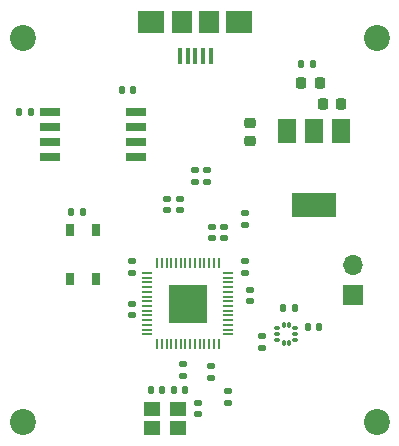
<source format=gbr>
%TF.GenerationSoftware,KiCad,Pcbnew,7.0.8*%
%TF.CreationDate,2024-09-28T20:52:04-07:00*%
%TF.ProjectId,proves_pcb_challenge,70726f76-6573-45f7-9063-625f6368616c,rev?*%
%TF.SameCoordinates,Original*%
%TF.FileFunction,Soldermask,Top*%
%TF.FilePolarity,Negative*%
%FSLAX46Y46*%
G04 Gerber Fmt 4.6, Leading zero omitted, Abs format (unit mm)*
G04 Created by KiCad (PCBNEW 7.0.8) date 2024-09-28 20:52:04*
%MOMM*%
%LPD*%
G01*
G04 APERTURE LIST*
G04 Aperture macros list*
%AMRoundRect*
0 Rectangle with rounded corners*
0 $1 Rounding radius*
0 $2 $3 $4 $5 $6 $7 $8 $9 X,Y pos of 4 corners*
0 Add a 4 corners polygon primitive as box body*
4,1,4,$2,$3,$4,$5,$6,$7,$8,$9,$2,$3,0*
0 Add four circle primitives for the rounded corners*
1,1,$1+$1,$2,$3*
1,1,$1+$1,$4,$5*
1,1,$1+$1,$6,$7*
1,1,$1+$1,$8,$9*
0 Add four rect primitives between the rounded corners*
20,1,$1+$1,$2,$3,$4,$5,0*
20,1,$1+$1,$4,$5,$6,$7,0*
20,1,$1+$1,$6,$7,$8,$9,0*
20,1,$1+$1,$8,$9,$2,$3,0*%
G04 Aperture macros list end*
%ADD10RoundRect,0.135000X-0.185000X0.135000X-0.185000X-0.135000X0.185000X-0.135000X0.185000X0.135000X0*%
%ADD11C,2.200000*%
%ADD12RoundRect,0.135000X-0.135000X-0.185000X0.135000X-0.185000X0.135000X0.185000X-0.135000X0.185000X0*%
%ADD13RoundRect,0.135000X0.135000X0.185000X-0.135000X0.185000X-0.135000X-0.185000X0.135000X-0.185000X0*%
%ADD14RoundRect,0.135000X0.185000X-0.135000X0.185000X0.135000X-0.185000X0.135000X-0.185000X-0.135000X0*%
%ADD15RoundRect,0.140000X0.170000X-0.140000X0.170000X0.140000X-0.170000X0.140000X-0.170000X-0.140000X0*%
%ADD16R,1.700000X1.700000*%
%ADD17O,1.700000X1.700000*%
%ADD18R,0.650000X1.050000*%
%ADD19RoundRect,0.225000X-0.225000X-0.250000X0.225000X-0.250000X0.225000X0.250000X-0.225000X0.250000X0*%
%ADD20R,1.700000X0.650000*%
%ADD21RoundRect,0.087500X-0.087500X0.125000X-0.087500X-0.125000X0.087500X-0.125000X0.087500X0.125000X0*%
%ADD22RoundRect,0.087500X-0.125000X0.087500X-0.125000X-0.087500X0.125000X-0.087500X0.125000X0.087500X0*%
%ADD23RoundRect,0.140000X0.140000X0.170000X-0.140000X0.170000X-0.140000X-0.170000X0.140000X-0.170000X0*%
%ADD24RoundRect,0.140000X-0.170000X0.140000X-0.170000X-0.140000X0.170000X-0.140000X0.170000X0.140000X0*%
%ADD25RoundRect,0.218750X-0.218750X-0.256250X0.218750X-0.256250X0.218750X0.256250X-0.218750X0.256250X0*%
%ADD26RoundRect,0.225000X-0.250000X0.225000X-0.250000X-0.225000X0.250000X-0.225000X0.250000X0.225000X0*%
%ADD27R,1.400000X1.200000*%
%ADD28R,0.400000X1.400000*%
%ADD29R,2.300000X1.900000*%
%ADD30R,1.800000X1.900000*%
%ADD31RoundRect,0.140000X-0.140000X-0.170000X0.140000X-0.170000X0.140000X0.170000X-0.140000X0.170000X0*%
%ADD32R,1.500000X2.000000*%
%ADD33R,3.800000X2.000000*%
%ADD34RoundRect,0.050000X-0.387500X-0.050000X0.387500X-0.050000X0.387500X0.050000X-0.387500X0.050000X0*%
%ADD35RoundRect,0.050000X-0.050000X-0.387500X0.050000X-0.387500X0.050000X0.387500X-0.050000X0.387500X0*%
%ADD36R,3.200000X3.200000*%
G04 APERTURE END LIST*
D10*
%TO.C,R8*%
X137400000Y-109900000D03*
X137400000Y-110920000D03*
%TD*%
D11*
%TO.C,H2*%
X150000000Y-80000000D03*
%TD*%
D12*
%TO.C,R9*%
X124080000Y-94700000D03*
X125100000Y-94700000D03*
%TD*%
D13*
%TO.C,R1*%
X144620000Y-82200000D03*
X143600000Y-82200000D03*
%TD*%
D14*
%TO.C,R3*%
X133600000Y-108620000D03*
X133600000Y-107600000D03*
%TD*%
D11*
%TO.C,H1*%
X120000000Y-80000000D03*
%TD*%
D15*
%TO.C,C13*%
X138800000Y-99860000D03*
X138800000Y-98900000D03*
%TD*%
D16*
%TO.C,J3*%
X148000000Y-101740000D03*
D17*
X148000000Y-99200000D03*
%TD*%
D10*
%TO.C,R6*%
X140300000Y-105200000D03*
X140300000Y-106220000D03*
%TD*%
%TO.C,R5*%
X134630000Y-91150000D03*
X134630000Y-92170000D03*
%TD*%
D18*
%TO.C,SW1*%
X126200000Y-96250000D03*
X126200000Y-100400000D03*
X124050000Y-96250000D03*
X124050000Y-100400000D03*
%TD*%
D15*
%TO.C,C3*%
X136080000Y-96930000D03*
X136080000Y-95970000D03*
%TD*%
D19*
%TO.C,C2*%
X145400000Y-85600000D03*
X146950000Y-85600000D03*
%TD*%
D15*
%TO.C,C8*%
X139300000Y-102280000D03*
X139300000Y-101320000D03*
%TD*%
D20*
%TO.C,U3*%
X122350000Y-86250000D03*
X122350000Y-87520000D03*
X122350000Y-88790000D03*
X122350000Y-90060000D03*
X129650000Y-90060000D03*
X129650000Y-88790000D03*
X129650000Y-87520000D03*
X129650000Y-86250000D03*
%TD*%
D21*
%TO.C,U4*%
X142600000Y-104300000D03*
X142100000Y-104300000D03*
D22*
X141587500Y-104562500D03*
X141587500Y-105062500D03*
X141587500Y-105562500D03*
D21*
X142100000Y-105825000D03*
X142600000Y-105825000D03*
D22*
X143112500Y-105562500D03*
X143112500Y-105062500D03*
X143112500Y-104562500D03*
%TD*%
D15*
%TO.C,C6*%
X137080000Y-96930000D03*
X137080000Y-95970000D03*
%TD*%
D11*
%TO.C,H4*%
X150000000Y-112500000D03*
%TD*%
D23*
%TO.C,C14*%
X129380000Y-84400000D03*
X128420000Y-84400000D03*
%TD*%
D24*
%TO.C,C5*%
X136000000Y-107800000D03*
X136000000Y-108760000D03*
%TD*%
D15*
%TO.C,C12*%
X138800000Y-95800000D03*
X138800000Y-94840000D03*
%TD*%
D25*
%TO.C,D1*%
X143600000Y-83800000D03*
X145175000Y-83800000D03*
%TD*%
D13*
%TO.C,R2*%
X120710000Y-86300000D03*
X119690000Y-86300000D03*
%TD*%
D15*
%TO.C,C11*%
X129300000Y-99880000D03*
X129300000Y-98920000D03*
%TD*%
D12*
%TO.C,R7*%
X142080000Y-102900000D03*
X143100000Y-102900000D03*
%TD*%
D10*
%TO.C,R4*%
X135630000Y-91150000D03*
X135630000Y-92170000D03*
%TD*%
D26*
%TO.C,C1*%
X139300000Y-87200000D03*
X139300000Y-88750000D03*
%TD*%
D15*
%TO.C,C7*%
X133300000Y-94600000D03*
X133300000Y-93640000D03*
%TD*%
D11*
%TO.C,H3*%
X120000000Y-112500000D03*
%TD*%
D27*
%TO.C,Y1*%
X131000000Y-113050000D03*
X133200000Y-113050000D03*
X133200000Y-111450000D03*
X131000000Y-111450000D03*
%TD*%
D28*
%TO.C,J1*%
X135920000Y-81490000D03*
X135270000Y-81490000D03*
X134620000Y-81490000D03*
X133970000Y-81490000D03*
X133320000Y-81490000D03*
D29*
X138370000Y-78640000D03*
D30*
X135770000Y-78640000D03*
X133470000Y-78640000D03*
D29*
X130870000Y-78640000D03*
%TD*%
D15*
%TO.C,C10*%
X129300000Y-103480000D03*
X129300000Y-102520000D03*
%TD*%
%TO.C,C4*%
X132200000Y-94600000D03*
X132200000Y-93640000D03*
%TD*%
D31*
%TO.C,C18*%
X144175000Y-104475000D03*
X145135000Y-104475000D03*
%TD*%
D32*
%TO.C,U1*%
X147000000Y-87850000D03*
X144700000Y-87850000D03*
X142400000Y-87850000D03*
D33*
X144700000Y-94150000D03*
%TD*%
D31*
%TO.C,C15*%
X130840000Y-109800000D03*
X131800000Y-109800000D03*
%TD*%
D24*
%TO.C,C9*%
X134900000Y-110900000D03*
X134900000Y-111860000D03*
%TD*%
D31*
%TO.C,C16*%
X132840000Y-109800000D03*
X133800000Y-109800000D03*
%TD*%
D34*
%TO.C,U2*%
X130562500Y-99900000D03*
X130562500Y-100300000D03*
X130562500Y-100700000D03*
X130562500Y-101100000D03*
X130562500Y-101500000D03*
X130562500Y-101900000D03*
X130562500Y-102300000D03*
X130562500Y-102700000D03*
X130562500Y-103100000D03*
X130562500Y-103500000D03*
X130562500Y-103900000D03*
X130562500Y-104300000D03*
X130562500Y-104700000D03*
X130562500Y-105100000D03*
D35*
X131400000Y-105937500D03*
X131800000Y-105937500D03*
X132200000Y-105937500D03*
X132600000Y-105937500D03*
X133000000Y-105937500D03*
X133400000Y-105937500D03*
X133800000Y-105937500D03*
X134200000Y-105937500D03*
X134600000Y-105937500D03*
X135000000Y-105937500D03*
X135400000Y-105937500D03*
X135800000Y-105937500D03*
X136200000Y-105937500D03*
X136600000Y-105937500D03*
D34*
X137437500Y-105100000D03*
X137437500Y-104700000D03*
X137437500Y-104300000D03*
X137437500Y-103900000D03*
X137437500Y-103500000D03*
X137437500Y-103100000D03*
X137437500Y-102700000D03*
X137437500Y-102300000D03*
X137437500Y-101900000D03*
X137437500Y-101500000D03*
X137437500Y-101100000D03*
X137437500Y-100700000D03*
X137437500Y-100300000D03*
X137437500Y-99900000D03*
D35*
X136600000Y-99062500D03*
X136200000Y-99062500D03*
X135800000Y-99062500D03*
X135400000Y-99062500D03*
X135000000Y-99062500D03*
X134600000Y-99062500D03*
X134200000Y-99062500D03*
X133800000Y-99062500D03*
X133400000Y-99062500D03*
X133000000Y-99062500D03*
X132600000Y-99062500D03*
X132200000Y-99062500D03*
X131800000Y-99062500D03*
X131400000Y-99062500D03*
D36*
X134000000Y-102500000D03*
%TD*%
M02*

</source>
